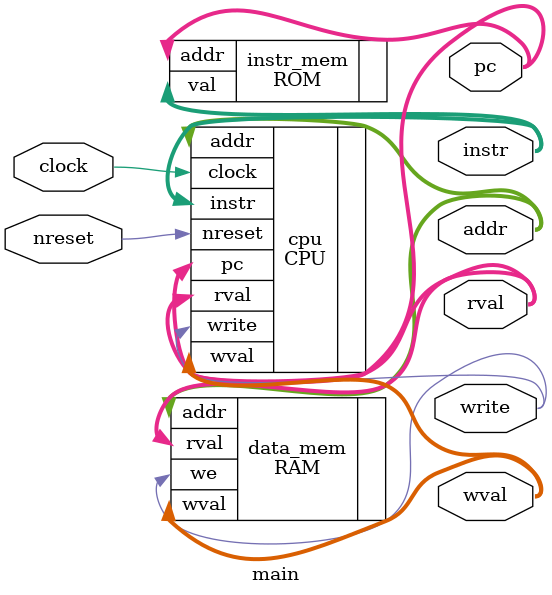
<source format=v>
module main(
    output [31:0] instr, pc, rval, wval, addr,
    output write,
    input clock, nreset
);
    wire [31:0] instr, pc;
    ROM instr_mem(
        .val(instr),
        .addr(pc)
    );

    wire [31:0] rval, wval, addr;
    wire write;
    RAM data_mem(
        .rval(rval),
        .wval(wval),
        .addr(addr),
        .we(write)
    );

    CPU cpu(
        .instr(instr),
        .pc(pc),
        .rval(rval),
        .wval(wval),
        .addr(addr),
        .write(write),
        .clock(clock),
        .nreset(nreset)
    );
endmodule
</source>
